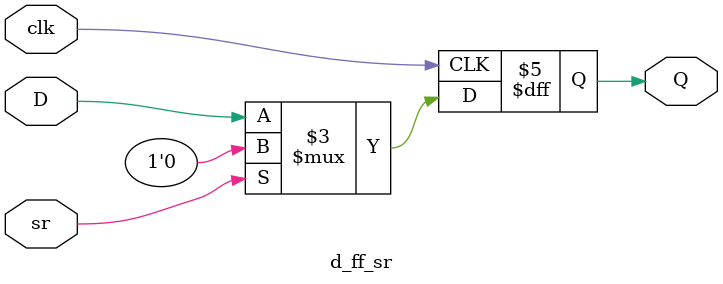
<source format=v>
module d_ff_sr(
    output reg Q,
    input D,
    input clk,
    input sr
);

    always @(posedge clk) begin
        if (sr) begin
            Q <= 1'b0;
        end else begin
            Q <= D;
        end
    end

endmodule
</source>
